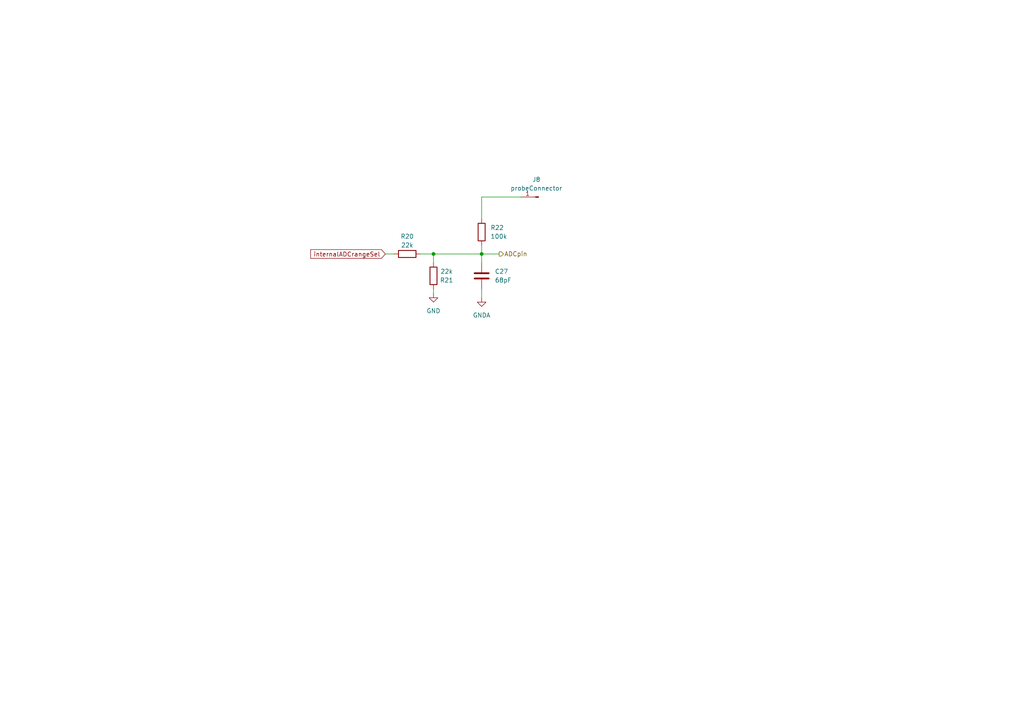
<source format=kicad_sch>
(kicad_sch (version 20211123) (generator eeschema)
  (paper "A4")
  (lib_symbols
    (symbol "Connector:Conn_01x01_Male" (pin_names (offset 1.016) hide)
      (property "Reference" "J" (at 0 2.54 0))
      (property "Value" "Conn_01x01_Male" (at 0 -2.54 0))
      (symbol "Conn_01x01_Male_1_1"
        (polyline (pts (xy 1.27 0) (xy 0.8636 0)) (stroke (width 0.1524)))
        (rectangle (start 0.8636 0.127) (end 0 -0.127) (stroke (width 0.1524)) (fill (type outline)))
        (pin passive line (at 5.08 0 180) (length 3.81) (name "Pin_1") (number "1"))
      )
    )
    (symbol "Device:C" (pin_numbers hide) (pin_names (offset 0.254))
      (property "Reference" "C" (at 0.635 2.54 0))
      (property "Value" "C" (at 0.635 -2.54 0))
      (symbol "C_0_1"
        (polyline (pts (xy -2.032 -0.762) (xy 2.032 -0.762)) (stroke (width 0.508)))
        (polyline (pts (xy -2.032 0.762) (xy 2.032 0.762)) (stroke (width 0.508)))
      )
      (symbol "C_1_1"
        (pin passive line (at 0 3.81 270) (length 2.794) (name "~") (number "1"))
        (pin passive line (at 0 -3.81 90) (length 2.794) (name "~") (number "2"))
      )
    )
    (symbol "Device:R" (pin_numbers hide) (pin_names (offset 0))
      (property "Reference" "R" (at 2.032 0 90))
      (property "Value" "R" (at 0 0 90))
      (symbol "R_0_1"
        (rectangle (start -1.016 -2.54) (end 1.016 2.54) (stroke (width 0.254)))
      )
      (symbol "R_1_1"
        (pin passive line (at 0 3.81 270) (length 1.27) (name "~") (number "1"))
        (pin passive line (at 0 -3.81 90) (length 1.27) (name "~") (number "2"))
      )
    )
    (symbol "power:GND" (power) (pin_names (offset 0))
      (property "Value" "GND" (at 0 -3.81 0))
      (symbol "GND_0_1"
        (polyline (pts (xy 0 0) (xy 0 -1.27) (xy 1.27 -1.27) (xy 0 -2.54) (xy -1.27 -1.27) (xy 0 -1.27)))
      )
      (symbol "GND_1_1"
        (pin power_in line (at 0 0 270) (length 0) hide (name "GND") (number "1"))
      )
    )
    (symbol "power:GNDA" (power) (pin_names (offset 0))
      (property "Value" "GNDA" (at 0 -3.81 0))
      (symbol "GNDA_0_1"
        (polyline (pts (xy 0 0) (xy 0 -1.27) (xy 1.27 -1.27) (xy 0 -2.54) (xy -1.27 -1.27) (xy 0 -1.27)))
      )
      (symbol "GNDA_1_1"
        (pin power_in line (at 0 0 270) (length 0) hide (name "GNDA") (number "1"))
      )
    )
  )
  (junction (at 139.7 73.66))
  (junction (at 125.73 73.66))
  (wire (pts (xy 125.73 76.2) (xy 125.73 73.66)))
  (wire (pts (xy 121.92 73.66) (xy 125.73 73.66)))
  (wire (pts (xy 139.7 73.66) (xy 144.78 73.66)))
  (wire (pts (xy 125.73 83.82) (xy 125.73 85.09)))
  (wire (pts (xy 139.7 57.15) (xy 151.13 57.15)))
  (wire (pts (xy 111.76 73.66) (xy 114.3 73.66)))
  (wire (pts (xy 139.7 83.82) (xy 139.7 86.36)))
  (wire (pts (xy 125.73 73.66) (xy 139.7 73.66)))
  (wire (pts (xy 139.7 71.12) (xy 139.7 73.66)))
  (wire (pts (xy 139.7 63.5) (xy 139.7 57.15)))
  (wire (pts (xy 139.7 76.2) (xy 139.7 73.66)))
  (global_label "internalADCrangeSel" (shape input) (at 111.76 73.66 180) (property "Intersheet References" "${INTERSHEET_REFS}" (effects hide)))
  (hierarchical_label "ADCpin" (shape output) (at 144.78 73.66 0))
  (symbol (lib_id "Device:R") (at 125.73 80.01 0) (mirror y)
    (property "Reference" "R21" (at 129.54 81.28 0))
    (property "Value" "22k" (at 129.54 78.74 0))
    (property "Footprint" "customStuff:universalMixedLong" (effects hide))
  )
  (symbol (lib_id "Connector:Conn_01x01_Male") (at 156.21 57.15 180)
    (property "Reference" "J8" (at 155.575 52.07 0))
    (property "Value" "probeConnector" (at 155.575 54.61 0))
    (property "Footprint" "Connector_Wire:SolderWire-0.5sqmm_1x01_D0.9mm_OD2.1mm_Relief" (effects hide))
  )
  (symbol (lib_id "Device:R") (at 139.7 67.31 0)
    (property "Reference" "R22" (at 142.24 66.0399 0) (effects (justify left)))
    (property "Value" "100k" (at 142.24 68.5799 0) (effects (justify left)))
    (property "Footprint" "customStuff:universalMixedLong" (effects hide))
  )
  (symbol (lib_id "Device:R") (at 118.11 73.66 90)
    (property "Reference" "R20" (at 118.11 68.58 90))
    (property "Value" "22k" (at 118.11 71.12 90))
    (property "Footprint" "customStuff:universalMixedLong" (effects hide))
  )
  (symbol (lib_id "Device:C") (at 139.7 80.01 0)
    (property "Reference" "C27" (at 143.51 78.7399 0) (effects (justify left)))
    (property "Value" "68pF" (at 143.51 81.2799 0) (effects (justify left)))
    (property "Footprint" "customStuff:universalMixed" (effects hide))
  )
  (symbol (lib_id "power:GNDA") (at 139.7 86.36 0)
    (property "Reference" "#PWR0161" (effects hide))
    (property "Value" "GNDA" (at 139.7 91.44 0))
  )
  (symbol (lib_id "power:GND") (at 125.73 85.09 0)
    (property "Reference" "#PWR0162" (effects hide))
    (property "Value" "GND" (at 125.73 90.17 0))
  )
)
</source>
